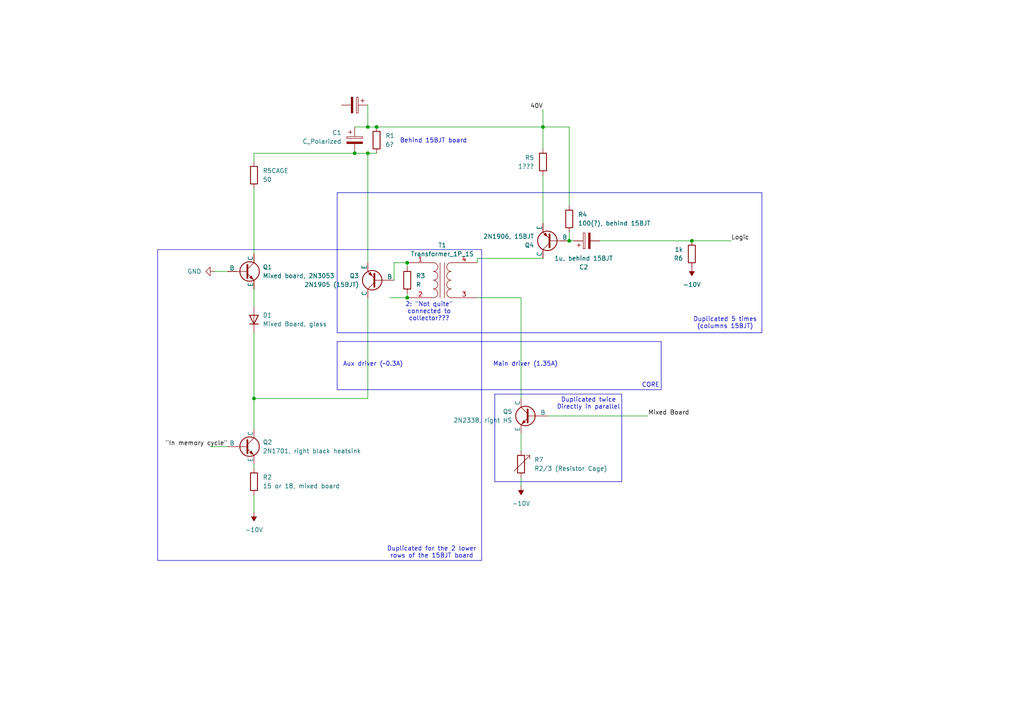
<source format=kicad_sch>
(kicad_sch (version 20250114) (generator "eeschema") (generator_version "9.0")
  (paper "A4")
  (lib_symbols
    (symbol "Device:C_Polarized" (pin_numbers (hide yes)) (pin_names (offset 0.254))
      (property "Reference" "C" (at 0.635 2.54 0))
      (property "Value" "C_Polarized" (at 0.635 -2.54 0))
      (symbol "C_Polarized_0_1"
        (rectangle (start -2.286 0.508) (end 2.286 1.016))
        (polyline (pts (xy -1.778 2.286) (xy -0.762 2.286)))
        (polyline (pts (xy -1.27 2.794) (xy -1.27 1.778)))
        (rectangle (start 2.286 -0.508) (end -2.286 -1.016) (fill (type outline)))
      )
      (symbol "C_Polarized_1_1"
        (pin passive line (at 0 3.81 270) (length 2.794) (name "~") (number "1"))
        (pin passive line (at 0 -3.81 90) (length 2.794) (name "~") (number "2"))
      )
    )
    (symbol "Device:D" (pin_numbers (hide yes)) (pin_names (offset 1.016) (hide yes))
      (property "Reference" "D" (at 0 2.54 0))
      (property "Value" "D" (at 0 -2.54 0))
      (symbol "D_0_1"
        (polyline (pts (xy -1.27 1.27) (xy -1.27 -1.27)) (stroke (width 0.254)))
        (polyline (pts (xy 1.27 1.27) (xy 1.27 -1.27) (xy -1.27 0) (xy 1.27 1.27)) (stroke (width 0.254)))
        (polyline (pts (xy 1.27 0) (xy -1.27 0)))
      )
      (symbol "D_1_1"
        (pin passive line (at -3.81 0 0) (length 2.54) (name "K") (number "1"))
        (pin passive line (at 3.81 0 180) (length 2.54) (name "A") (number "2"))
      )
    )
    (symbol "Device:R" (pin_numbers (hide yes)) (pin_names (offset 0))
      (property "Reference" "R" (at 2.032 0 90))
      (property "Value" "R" (at 0 0 90))
      (symbol "R_0_1"
        (rectangle (start -1.016 -2.54) (end 1.016 2.54) (stroke (width 0.254)))
      )
      (symbol "R_1_1"
        (pin passive line (at 0 3.81 270) (length 1.27) (name "~") (number "1"))
        (pin passive line (at 0 -3.81 90) (length 1.27) (name "~") (number "2"))
      )
    )
    (symbol "Device:R_Variable" (pin_numbers (hide yes)) (pin_names (offset 0))
      (property "Reference" "R" (at 2.54 -2.54 90))
      (property "Value" "R_Variable" (at -2.54 -1.27 90))
      (symbol "R_Variable_0_1"
        (rectangle (start -1.016 -2.54) (end 1.016 2.54) (stroke (width 0.254)))
        (polyline (pts (xy 2.54 1.524) (xy 2.54 2.54) (xy 1.524 2.54) (xy 2.54 2.54) (xy -2.032 -2.032)))
      )
      (symbol "R_Variable_1_1"
        (pin passive line (at 0 3.81 270) (length 1.27) (name "~") (number "1"))
        (pin passive line (at 0 -3.81 90) (length 1.27) (name "~") (number "2"))
      )
    )
    (symbol "Device:Transformer_1P_1S" (pin_names (offset 1.016) (hide yes))
      (property "Reference" "T" (at 0 6.35 0))
      (property "Value" "Transformer_1P_1S" (at 0 -7.62 0))
      (symbol "Transformer_1P_1S_0_1"
        (arc (start -1.27 3.81) (mid -1.656 2.9336) (end -2.54 2.5654))
        (arc (start -1.27 1.27) (mid -1.656 0.3936) (end -2.54 0.0254))
        (arc (start -1.27 -1.27) (mid -1.656 -2.1464) (end -2.54 -2.5146))
        (arc (start -1.27 -3.81) (mid -1.656 -4.6864) (end -2.54 -5.0546))
        (arc (start -2.54 5.08) (mid -1.642 4.708) (end -1.27 3.81))
        (arc (start -2.54 2.54) (mid -1.642 2.168) (end -1.27 1.27))
        (arc (start -2.54 0) (mid -1.642 -0.372) (end -1.27 -1.27))
        (arc (start -2.54 -2.54) (mid -1.642 -2.912) (end -1.27 -3.81))
        (polyline (pts (xy -0.635 5.08) (xy -0.635 -5.08)))
        (polyline (pts (xy 0.635 -5.08) (xy 0.635 5.08)))
        (arc (start 1.2954 3.81) (mid 1.6457 4.7117) (end 2.54 5.08))
        (arc (start 1.2954 1.27) (mid 1.6457 2.1717) (end 2.54 2.54))
        (arc (start 1.2954 -1.27) (mid 1.6457 -0.3683) (end 2.54 0))
        (arc (start 2.54 2.5654) (mid 1.6599 2.9299) (end 1.2954 3.81))
        (arc (start 2.54 0.0254) (mid 1.6599 0.3899) (end 1.2954 1.27))
        (arc (start 2.54 -2.5146) (mid 1.6599 -2.1501) (end 1.2954 -1.27))
        (arc (start 1.3208 -3.81) (mid 1.6711 -2.9085) (end 2.5654 -2.54))
        (arc (start 2.5654 -5.0546) (mid 1.6851 -4.6902) (end 1.3208 -3.81))
      )
      (symbol "Transformer_1P_1S_1_1"
        (pin passive line (at -10.16 5.08 0) (length 7.62) (name "AA") (number "1"))
        (pin passive line (at -10.16 -5.08 0) (length 7.62) (name "AB") (number "2"))
        (pin passive line (at 10.16 5.08 180) (length 7.62) (name "SB") (number "4"))
        (pin passive line (at 10.16 -5.08 180) (length 7.62) (name "SA") (number "3"))
      )
    )
    (symbol "Simulation_SPICE:NPN" (pin_numbers (hide yes)) (pin_names (offset 0))
      (property "Reference" "Q" (at -2.54 7.62 0))
      (property "Value" "NPN" (at -2.54 5.08 0))
      (symbol "NPN_0_1"
        (polyline (pts (xy -2.54 0) (xy 0.635 0)) (stroke (width 0.1524)))
        (polyline (pts (xy 0.635 1.905) (xy 0.635 -1.905) (xy 0.635 -1.905)) (stroke (width 0.508)))
        (polyline (pts (xy 0.635 0.635) (xy 2.54 2.54)))
        (polyline (pts (xy 0.635 -0.635) (xy 2.54 -2.54) (xy 2.54 -2.54)))
        (circle (center 1.27 0) (radius 2.8194) (stroke (width 0.254)))
        (polyline (pts (xy 1.27 -1.778) (xy 1.778 -1.27) (xy 2.286 -2.286) (xy 1.27 -1.778) (xy 1.27 -1.778)) (fill (type outline)))
        (polyline (pts (xy 2.794 -1.27) (xy 2.794 -1.27)) (stroke (width 0.1524)))
        (polyline (pts (xy 2.794 -1.27) (xy 2.794 -1.27)) (stroke (width 0.1524)))
      )
      (symbol "NPN_1_1"
        (pin input line (at -5.08 0 0) (length 2.54) (name "B") (number "2"))
        (pin open_collector line (at 2.54 5.08 270) (length 2.54) (name "C") (number "1"))
        (pin open_emitter line (at 2.54 -5.08 90) (length 2.54) (name "E") (number "3"))
      )
    )
    (symbol "Simulation_SPICE:PNP" (pin_numbers (hide yes)) (pin_names (offset 0))
      (property "Reference" "Q" (at -2.54 7.62 0))
      (property "Value" "PNP" (at -2.54 5.08 0))
      (symbol "PNP_0_1"
        (polyline (pts (xy -2.54 0) (xy 0.635 0)) (stroke (width 0.1524)))
        (polyline (pts (xy 0.635 1.905) (xy 0.635 -1.905) (xy 0.635 -1.905)) (stroke (width 0.508)))
        (polyline (pts (xy 0.635 0.635) (xy 2.54 2.54)))
        (polyline (pts (xy 0.635 -0.635) (xy 2.54 -2.54) (xy 2.54 -2.54)))
        (circle (center 1.27 0) (radius 2.8194) (stroke (width 0.254)))
        (polyline (pts (xy 2.286 -1.778) (xy 1.778 -2.286) (xy 1.27 -1.27) (xy 2.286 -1.778) (xy 2.286 -1.778)) (fill (type outline)))
      )
      (symbol "PNP_1_1"
        (pin input line (at -5.08 0 0) (length 2.54) (name "B") (number "2"))
        (pin open_collector line (at 2.54 5.08 270) (length 2.54) (name "C") (number "1"))
        (pin open_emitter line (at 2.54 -5.08 90) (length 2.54) (name "E") (number "3"))
      )
    )
    (symbol "power:-6V" (power) (pin_numbers (hide yes)) (pin_names (offset 0) (hide yes))
      (property "Value" "-6V" (at 0 3.556 0))
      (symbol "-6V_0_0"
        (pin power_in line (at 0 0 90) (length 0) (name "~") (number "1"))
      )
      (symbol "-6V_0_1"
        (polyline (pts (xy 0 0) (xy 0 1.27) (xy 0.762 1.27) (xy 0 2.54) (xy -0.762 1.27) (xy 0 1.27)) (fill (type outline)))
      )
    )
    (symbol "power:GND" (power) (pin_numbers (hide yes)) (pin_names (offset 0) (hide yes))
      (property "Value" "GND" (at 0 -3.81 0))
      (symbol "GND_0_1"
        (polyline (pts (xy 0 0) (xy 0 -1.27) (xy 1.27 -1.27) (xy 0 -2.54) (xy -1.27 -1.27) (xy 0 -1.27)))
      )
      (symbol "GND_1_1"
        (pin power_in line (at 0 0 270) (length 0) (name "~") (number "1"))
      )
    )
  )
  (rectangle (start 97.79 55.88) (end 220.98 96.52))
  (rectangle (start 97.79 99.06) (end 191.77 113.03))
  (rectangle (start 143.51 114.3) (end 180.34 139.7))
  (rectangle (start 45.72 72.39) (end 139.7 162.56))
  (text "2: \"Not quite\"\nconnected to\ncollector???" (at 124.46 90.424 0) (effects (font (size 1.27 1.27))))
  (text "Duplicated for the 2 lower\nrows of the 15BJT board" (at 125.222 160.274 0) (effects (font (size 1.27 1.27))))
  (text "Duplicated 5 times\n(columns 15BJT)" (at 210.312 93.726 0) (effects (font (size 1.27 1.27))))
  (text "Aux driver (~0.3A)" (at 108.204 105.664 0) (effects (font (size 1.27 1.27))))
  (text "Main driver (1.35A)" (at 152.4 105.664 0) (effects (font (size 1.27 1.27))))
  (text "Duplicated twice\nDirectly in parallel" (at 170.688 117.094 0) (effects (font (size 1.27 1.27))))
  (text "CORE" (at 188.722 111.76 0) (effects (font (size 1.27 1.27))))
  (text "Behind 15BJT board" (at 125.73 40.894 0) (effects (font (size 1.27 1.27))))
  (junction (at 102.87 44.45))
  (junction (at 109.22 36.83))
  (junction (at 118.11 76.2))
  (junction (at 200.66 69.85))
  (junction (at 118.11 86.36))
  (junction (at 106.68 36.83))
  (junction (at 157.48 36.83))
  (junction (at 165.1 69.85))
  (junction (at 106.68 44.45))
  (junction (at 73.66 115.57))
  (wire (pts (xy 102.87 36.83) (xy 106.68 36.83)))
  (wire (pts (xy 106.68 44.45) (xy 109.22 44.45)))
  (wire (pts (xy 106.68 36.83) (xy 109.22 36.83)))
  (wire (pts (xy 73.66 115.57) (xy 73.66 124.46)))
  (wire (pts (xy 106.68 44.45) (xy 106.68 76.2)))
  (wire (pts (xy 165.1 59.69) (xy 165.1 36.83)))
  (wire (pts (xy 73.66 54.61) (xy 73.66 73.66)))
  (wire (pts (xy 118.11 76.2) (xy 118.11 77.47)))
  (wire (pts (xy 138.43 86.36) (xy 151.13 86.36)))
  (wire (pts (xy 60.96 129.54) (xy 66.04 129.54)))
  (wire (pts (xy 138.43 74.93) (xy 138.43 76.2)))
  (wire (pts (xy 73.66 96.52) (xy 73.66 115.57)))
  (wire (pts (xy 113.03 86.36) (xy 118.11 86.36)))
  (wire (pts (xy 118.11 85.09) (xy 118.11 86.36)))
  (wire (pts (xy 114.3 76.2) (xy 114.3 81.28)))
  (wire (pts (xy 157.48 36.83) (xy 157.48 43.18)))
  (wire (pts (xy 102.87 44.45) (xy 106.68 44.45)))
  (wire (pts (xy 200.66 69.85) (xy 212.09 69.85)))
  (wire (pts (xy 73.66 143.51) (xy 73.66 148.59)))
  (wire (pts (xy 173.99 69.85) (xy 200.66 69.85)))
  (wire (pts (xy 73.66 83.82) (xy 73.66 88.9)))
  (wire (pts (xy 102.87 44.45) (xy 73.66 44.45)))
  (wire (pts (xy 151.13 138.43) (xy 151.13 140.97)))
  (wire (pts (xy 157.48 31.75) (xy 157.48 36.83)))
  (wire (pts (xy 157.48 50.8) (xy 157.48 64.77)))
  (wire (pts (xy 73.66 115.57) (xy 106.68 115.57)))
  (wire (pts (xy 73.66 134.62) (xy 73.66 135.89)))
  (wire (pts (xy 165.1 69.85) (xy 166.37 69.85)))
  (wire (pts (xy 106.68 86.36) (xy 106.68 115.57)))
  (wire (pts (xy 157.48 36.83) (xy 109.22 36.83)))
  (wire (pts (xy 157.48 74.93) (xy 138.43 74.93)))
  (wire (pts (xy 165.1 67.31) (xy 165.1 69.85)))
  (wire (pts (xy 165.1 36.83) (xy 157.48 36.83)))
  (wire (pts (xy 151.13 86.36) (xy 151.13 115.57)))
  (wire (pts (xy 62.23 78.74) (xy 66.04 78.74)))
  (wire (pts (xy 73.66 44.45) (xy 73.66 46.99)))
  (wire (pts (xy 118.11 76.2) (xy 114.3 76.2)))
  (wire (pts (xy 106.68 30.48) (xy 106.68 36.83)))
  (wire (pts (xy 151.13 125.73) (xy 151.13 130.81)))
  (wire (pts (xy 158.75 120.65) (xy 187.96 120.65)))
  (label "Mixed Board" (at 187.96 120.65 0))
  (label "Logic" (at 212.09 69.85 0))
  (label "\"In memory cycle\"" (at 66.04 129.54 180))
  (label "40V" (at 157.48 31.75 180))
  (symbol (lib_id "Simulation_SPICE:NPN") (at 153.67 120.65 0) (mirror y) (unit 1)
    (property "Reference" "Q5" (at 148.59 119.3799 0) (effects (justify left)))
    (property "Value" "2N2338, right HS" (at 148.59 121.9199 0) (effects (justify left)))
    (property "Datasheet" "https://ngspice.sourceforge.io/docs/ngspice-html-manual/manual.xhtml#cha_BJTs" (effects (hide yes)))
    (property "Description" "Bipolar transistor symbol for simulation only, substrate tied to the emitter" (effects (hide yes)))
    (property "Sim.Device" "NPN" (effects (hide yes)))
    (property "Sim.Type" "GUMMELPOON" (effects (hide yes)))
    (property "Sim.Pins" "1=C 2=B 3=E" (effects (hide yes)))
  )
  (symbol (lib_id "power:-6V") (at 200.66 77.47 180) (unit 1)
    (property "Reference" "#PWR02" (effects (hide yes)))
    (property "Value" "-10V" (at 200.66 82.55 0))
    (property "Description" "Power symbol creates a global label with name \"-6V\"" (effects (hide yes)))
  )
  (symbol (lib_id "power:-6V") (at 151.13 140.97 180) (unit 1)
    (property "Reference" "#PWR03" (effects (hide yes)))
    (property "Value" "-10V" (at 151.13 146.05 0))
    (property "Description" "Power symbol creates a global label with name \"-6V\"" (effects (hide yes)))
  )
  (symbol (lib_id "Device:C_Polarized") (at 102.87 40.64 0) (unit 1)
    (property "Reference" "C1" (at 99.06 38.4809 0) (effects (justify right)))
    (property "Value" "C_Polarized" (at 99.06 41.0209 0) (effects (justify right)))
    (property "Description" "Polarized capacitor" (effects (hide yes)))
  )
  (symbol (lib_id "Simulation_SPICE:NPN") (at 71.12 78.74 0) (unit 1)
    (property "Reference" "Q1" (at 76.2 77.4699 0) (effects (justify left)))
    (property "Value" "Mixed board, 2N3053" (at 76.2 80.0099 0) (effects (justify left)))
    (property "Datasheet" "https://ngspice.sourceforge.io/docs/ngspice-html-manual/manual.xhtml#cha_BJTs" (effects (hide yes)))
    (property "Description" "Bipolar transistor symbol for simulation only, substrate tied to the emitter" (effects (hide yes)))
    (property "Sim.Device" "NPN" (effects (hide yes)))
    (property "Sim.Type" "GUMMELPOON" (effects (hide yes)))
    (property "Sim.Pins" "1=C 2=B 3=E" (effects (hide yes)))
  )
  (symbol (lib_id "Device:Transformer_1P_1S") (at 128.27 81.28 0) (unit 1)
    (property "Reference" "T1" (at 128.2827 71.12 0))
    (property "Value" "Transformer_1P_1S" (at 128.2827 73.66 0))
    (property "Description" "Transformer, single primary, single secondary" (effects (hide yes)))
  )
  (symbol (lib_id "Simulation_SPICE:PNP") (at 160.02 69.85 180) (unit 1)
    (property "Reference" "Q4" (at 154.94 71.1201 0) (effects (justify left)))
    (property "Value" "2N1906, 15BJT" (at 154.94 68.5801 0) (effects (justify left)))
    (property "Datasheet" "https://ngspice.sourceforge.io/docs/ngspice-html-manual/manual.xhtml#cha_BJTs" (effects (hide yes)))
    (property "Description" "Bipolar transistor symbol for simulation only, substrate tied to the emitter" (effects (hide yes)))
    (property "Sim.Device" "PNP" (effects (hide yes)))
    (property "Sim.Type" "GUMMELPOON" (effects (hide yes)))
    (property "Sim.Pins" "1=C 2=B 3=E" (effects (hide yes)))
  )
  (symbol (lib_id "Device:R_Variable") (at 151.13 134.62 0) (unit 1)
    (property "Reference" "R7" (at 154.94 133.3499 0) (effects (justify left)))
    (property "Value" "R2/3 (Resistor Cage)" (at 154.94 135.8899 0) (effects (justify left)))
    (property "Description" "Variable resistor" (effects (hide yes)))
  )
  (symbol (lib_id "Device:R") (at 73.66 50.8 0) (unit 1)
    (property "Reference" "R5CAGE" (at 76.2 49.5299 0) (effects (justify left)))
    (property "Value" "50" (at 76.2 52.0699 0) (effects (justify left)))
    (property "Description" "Resistor" (effects (hide yes)))
  )
  (symbol (lib_id "Device:R") (at 157.48 46.99 0) (mirror y) (unit 1)
    (property "Reference" "R5" (at 154.94 45.7199 0) (effects (justify left)))
    (property "Value" "1???" (at 154.94 48.2599 0) (effects (justify left)))
    (property "Description" "Resistor" (effects (hide yes)))
  )
  (symbol (lib_id "Device:C_Polarized") (at 102.87 30.48 270) (unit 1)
    (property "Reference" "C8" (effects (hide yes)))
    (property "Value" "4m" (effects (hide yes)))
    (property "Description" "Polarized capacitor" (effects (hide yes)))
  )
  (symbol (lib_id "power:-6V") (at 73.66 148.59 180) (unit 1)
    (property "Reference" "#PWR01" (effects (hide yes)))
    (property "Value" "-10V" (at 73.66 153.67 0))
    (property "Description" "Power symbol creates a global label with name \"-6V\"" (effects (hide yes)))
  )
  (symbol (lib_id "Device:R") (at 73.66 139.7 0) (unit 1)
    (property "Reference" "R2" (at 76.2 138.4299 0) (effects (justify left)))
    (property "Value" "15 or 18, mixed board" (at 76.2 140.9699 0) (effects (justify left)))
    (property "Description" "Resistor" (effects (hide yes)))
  )
  (symbol (lib_id "Device:D") (at 73.66 92.71 90) (unit 1)
    (property "Reference" "D1" (at 76.2 91.4399 90) (effects (justify right)))
    (property "Value" "Mixed Board, glass" (at 76.2 93.9799 90) (effects (justify right)))
    (property "Description" "Diode" (effects (hide yes)))
    (property "Sim.Device" "D" (effects (hide yes)))
    (property "Sim.Pins" "1=K 2=A" (effects (hide yes)))
  )
  (symbol (lib_id "Device:R") (at 200.66 73.66 180) (unit 1)
    (property "Reference" "R6" (at 198.12 74.9301 0) (effects (justify left)))
    (property "Value" "1k" (at 198.12 72.3901 0) (effects (justify left)))
    (property "Description" "Resistor" (effects (hide yes)))
  )
  (symbol (lib_id "Device:R") (at 165.1 63.5 0) (unit 1)
    (property "Reference" "R4" (at 167.64 62.2299 0) (effects (justify left)))
    (property "Value" "100(?), behind 15BJT" (at 167.64 64.7699 0) (effects (justify left)))
    (property "Description" "Resistor" (effects (hide yes)))
  )
  (symbol (lib_id "Device:R") (at 109.22 40.64 0) (unit 1)
    (property "Reference" "R1" (at 111.76 39.3699 0) (effects (justify left)))
    (property "Value" "6?" (at 111.76 41.9099 0) (effects (justify left)))
    (property "Description" "Resistor" (effects (hide yes)))
  )
  (symbol (lib_id "power:GND") (at 62.23 78.74 270) (unit 1)
    (property "Reference" "#PWR024" (effects (hide yes)))
    (property "Value" "GND" (at 58.42 78.7399 90) (effects (justify right)))
    (property "Description" "Power symbol creates a global label with name \"GND\" , ground" (effects (hide yes)))
  )
  (symbol (lib_id "Simulation_SPICE:NPN") (at 71.12 129.54 0) (unit 1)
    (property "Reference" "Q2" (at 76.2 128.2699 0) (effects (justify left)))
    (property "Value" "2N1701, right black heatsink" (at 76.2 130.8099 0) (effects (justify left)))
    (property "Datasheet" "https://ngspice.sourceforge.io/docs/ngspice-html-manual/manual.xhtml#cha_BJTs" (effects (hide yes)))
    (property "Description" "Bipolar transistor symbol for simulation only, substrate tied to the emitter" (effects (hide yes)))
    (property "Sim.Device" "NPN" (effects (hide yes)))
    (property "Sim.Type" "GUMMELPOON" (effects (hide yes)))
    (property "Sim.Pins" "1=C 2=B 3=E" (effects (hide yes)))
  )
  (symbol (lib_id "Device:R") (at 118.11 81.28 0) (unit 1)
    (property "Reference" "R3" (at 120.65 80.0099 0) (effects (justify left)))
    (property "Value" "R" (at 120.65 82.5499 0) (effects (justify left)))
    (property "Description" "Resistor" (effects (hide yes)))
  )
  (symbol (lib_id "Simulation_SPICE:PNP") (at 109.22 81.28 180) (unit 1)
    (property "Reference" "Q3" (at 104.14 80.0099 0) (effects (justify left)))
    (property "Value" "2N1905 (15BJT)" (at 104.14 82.5499 0) (effects (justify left)))
    (property "Datasheet" "https://ngspice.sourceforge.io/docs/ngspice-html-manual/manual.xhtml#cha_BJTs" (effects (hide yes)))
    (property "Description" "Bipolar transistor symbol for simulation only, substrate tied to the emitter" (effects (hide yes)))
    (property "Sim.Device" "PNP" (effects (hide yes)))
    (property "Sim.Type" "GUMMELPOON" (effects (hide yes)))
    (property "Sim.Pins" "1=C 2=B 3=E" (effects (hide yes)))
  )
  (symbol (lib_id "Device:C_Polarized") (at 170.18 69.85 90) (unit 1)
    (property "Reference" "C2" (at 169.291 77.47 90))
    (property "Value" "1u, behind 15BJT" (at 169.291 74.93 90))
    (property "Description" "Polarized capacitor" (effects (hide yes)))
  )
)
</source>
